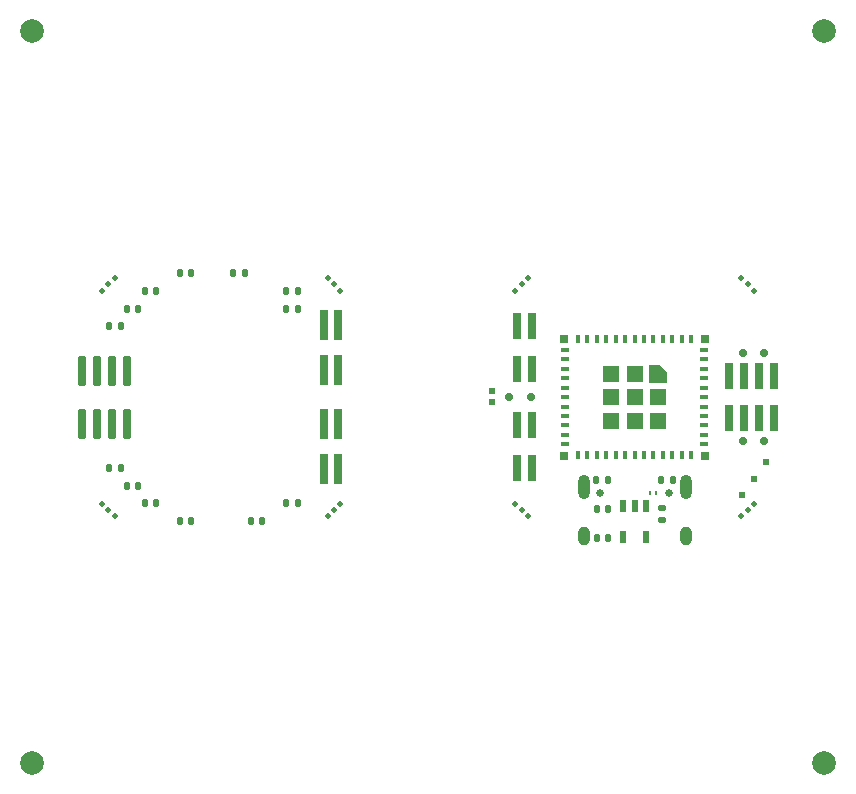
<source format=gbr>
%TF.GenerationSoftware,KiCad,Pcbnew,8.0.2-1*%
%TF.CreationDate,2025-04-12T14:57:52-07:00*%
%TF.ProjectId,Small_Pendant,536d616c-6c5f-4506-956e-64616e742e6b,rev?*%
%TF.SameCoordinates,Original*%
%TF.FileFunction,Soldermask,Bot*%
%TF.FilePolarity,Negative*%
%FSLAX46Y46*%
G04 Gerber Fmt 4.6, Leading zero omitted, Abs format (unit mm)*
G04 Created by KiCad (PCBNEW 8.0.2-1) date 2025-04-12 14:57:52*
%MOMM*%
%LPD*%
G01*
G04 APERTURE LIST*
G04 Aperture macros list*
%AMRoundRect*
0 Rectangle with rounded corners*
0 $1 Rounding radius*
0 $2 $3 $4 $5 $6 $7 $8 $9 X,Y pos of 4 corners*
0 Add a 4 corners polygon primitive as box body*
4,1,4,$2,$3,$4,$5,$6,$7,$8,$9,$2,$3,0*
0 Add four circle primitives for the rounded corners*
1,1,$1+$1,$2,$3*
1,1,$1+$1,$4,$5*
1,1,$1+$1,$6,$7*
1,1,$1+$1,$8,$9*
0 Add four rect primitives between the rounded corners*
20,1,$1+$1,$2,$3,$4,$5,0*
20,1,$1+$1,$4,$5,$6,$7,0*
20,1,$1+$1,$6,$7,$8,$9,0*
20,1,$1+$1,$8,$9,$2,$3,0*%
%AMFreePoly0*
4,1,14,0.765355,0.765355,0.780000,0.730000,0.780000,-0.720000,0.765355,-0.755355,0.730000,-0.770000,-0.120000,-0.770000,-0.155355,-0.755355,-0.755355,-0.155355,-0.770000,-0.120000,-0.770000,0.730000,-0.755355,0.765355,-0.720000,0.780000,0.730000,0.780000,0.765355,0.765355,0.765355,0.765355,$1*%
G04 Aperture macros list end*
%ADD10C,2.000000*%
%ADD11C,0.700000*%
%ADD12C,0.650000*%
%ADD13O,1.000000X2.100000*%
%ADD14O,1.000000X1.600000*%
%ADD15C,0.500000*%
%ADD16RoundRect,0.140000X-0.140000X-0.170000X0.140000X-0.170000X0.140000X0.170000X-0.140000X0.170000X0*%
%ADD17RoundRect,0.135000X0.135000X0.185000X-0.135000X0.185000X-0.135000X-0.185000X0.135000X-0.185000X0*%
%ADD18R,0.800000X0.400000*%
%ADD19R,0.400000X0.800000*%
%ADD20R,1.450000X1.450000*%
%ADD21FreePoly0,180.000000*%
%ADD22R,0.700000X0.700000*%
%ADD23RoundRect,0.140000X0.140000X0.170000X-0.140000X0.170000X-0.140000X-0.170000X0.140000X-0.170000X0*%
%ADD24R,0.620000X1.100000*%
%ADD25R,0.500000X0.500000*%
%ADD26RoundRect,0.185000X0.185000X-0.915000X0.185000X0.915000X-0.185000X0.915000X-0.185000X-0.915000X0*%
%ADD27RoundRect,0.190000X0.190000X1.060000X-0.190000X1.060000X-0.190000X-1.060000X0.190000X-1.060000X0*%
%ADD28RoundRect,0.185000X-0.185000X1.115000X-0.185000X-1.115000X0.185000X-1.115000X0.185000X1.115000X0*%
%ADD29RoundRect,0.185000X-0.185000X0.915000X-0.185000X-0.915000X0.185000X-0.915000X0.185000X0.915000X0*%
%ADD30RoundRect,0.135000X0.185000X-0.135000X0.185000X0.135000X-0.185000X0.135000X-0.185000X-0.135000X0*%
%ADD31R,0.200000X0.350000*%
G04 APERTURE END LIST*
D10*
%TO.C,REF\u002A\u002A*%
X34000000Y-34000000D03*
%TD*%
%TO.C,REF\u002A\u002A*%
X34000000Y-96000000D03*
%TD*%
%TO.C,REF\u002A\u002A*%
X101000000Y-96000000D03*
%TD*%
%TO.C,REF\u002A\u002A*%
X101000000Y-34000000D03*
%TD*%
D11*
%TO.C,SW2*%
X94200000Y-61300000D03*
X96000000Y-61300000D03*
%TD*%
D12*
%TO.C,J1*%
X82110000Y-73090000D03*
X87890000Y-73090000D03*
D13*
X80680000Y-72590000D03*
X89320000Y-72590000D03*
D14*
X89320000Y-76770000D03*
X80680000Y-76770000D03*
%TD*%
D15*
%TO.C,mouse-bite-2mm-slot*%
X39919289Y-55979949D03*
X40431942Y-55431942D03*
X40979949Y-54919289D03*
%TD*%
%TO.C,mouse-bite-2mm-slot*%
X40979949Y-75080711D03*
X40431942Y-74568058D03*
X39919289Y-74020051D03*
%TD*%
D11*
%TO.C,SW3*%
X96000000Y-68700000D03*
X94200000Y-68700000D03*
%TD*%
D15*
%TO.C,mouse-bite-2mm-slot*%
X95080711Y-74020051D03*
X94568058Y-74568058D03*
X94020051Y-75080711D03*
%TD*%
%TO.C,mouse-bite-2mm-slot*%
X60080711Y-74020051D03*
X59568058Y-74568058D03*
X59020051Y-75080711D03*
%TD*%
%TO.C,mouse-bite-2mm-slot*%
X74919289Y-55979949D03*
X75431942Y-55431942D03*
X75979949Y-54919289D03*
%TD*%
%TO.C,mouse-bite-2mm-slot*%
X75979949Y-75080711D03*
X75431942Y-74568058D03*
X74919289Y-74020051D03*
%TD*%
%TO.C,mouse-bite-2mm-slot*%
X94020051Y-54919289D03*
X94568058Y-55431942D03*
X95080711Y-55979949D03*
%TD*%
%TO.C,mouse-bite-2mm-slot*%
X59020051Y-54919289D03*
X59568058Y-55431942D03*
X60080711Y-55979949D03*
%TD*%
D11*
%TO.C,SW1*%
X76200000Y-65000000D03*
X74400000Y-65000000D03*
%TD*%
D16*
%TO.C,C20*%
X40520000Y-59000000D03*
X41480000Y-59000000D03*
%TD*%
D17*
%TO.C,R12*%
X56510000Y-57500000D03*
X55490000Y-57500000D03*
%TD*%
D18*
%TO.C,U1*%
X90900000Y-61000000D03*
X90900000Y-61800000D03*
X90900000Y-62600000D03*
X90900000Y-63400000D03*
X90900000Y-64200000D03*
X90900000Y-65000000D03*
X90900000Y-65800000D03*
X90900000Y-66600000D03*
X90900000Y-67400000D03*
X90900000Y-68200000D03*
X90900000Y-69000000D03*
D19*
X89800000Y-69900000D03*
X89000000Y-69900000D03*
X88200000Y-69900000D03*
X87400000Y-69900000D03*
X86600000Y-69900000D03*
X85800000Y-69900000D03*
X85000000Y-69900000D03*
X84200000Y-69900000D03*
X83400000Y-69900000D03*
X82600000Y-69900000D03*
X81800000Y-69900000D03*
X81000000Y-69900000D03*
X80200000Y-69900000D03*
D18*
X79100000Y-69000000D03*
X79100000Y-68200000D03*
X79100000Y-67400000D03*
X79100000Y-66600000D03*
X79100000Y-65800000D03*
X79100000Y-65000000D03*
X79100000Y-64200000D03*
X79100000Y-63400000D03*
X79100000Y-62600000D03*
X79100000Y-61800000D03*
X79100000Y-61000000D03*
D19*
X80200000Y-60100000D03*
X81000000Y-60100000D03*
X81800000Y-60100000D03*
X82600000Y-60100000D03*
X83400000Y-60100000D03*
X84200000Y-60100000D03*
X85000000Y-60100000D03*
X85800000Y-60100000D03*
X86600000Y-60100000D03*
X87400000Y-60100000D03*
X88200000Y-60100000D03*
X89000000Y-60100000D03*
X89800000Y-60100000D03*
D20*
X83030000Y-63030000D03*
X83030000Y-65000000D03*
X83030000Y-66980000D03*
X85000000Y-63030000D03*
X85000000Y-65000000D03*
X85000000Y-66980000D03*
D21*
X86980000Y-63020000D03*
D20*
X86980000Y-65000000D03*
X86980000Y-66980000D03*
D22*
X79050000Y-60050000D03*
X79050000Y-69950000D03*
X90950000Y-69950000D03*
X90950000Y-60050000D03*
%TD*%
D23*
%TO.C,C17*%
X47480000Y-54500000D03*
X46520000Y-54500000D03*
%TD*%
D16*
%TO.C,C21*%
X40520000Y-71000000D03*
X41480000Y-71000000D03*
%TD*%
D23*
%TO.C,C28*%
X51980000Y-54500000D03*
X51020000Y-54500000D03*
%TD*%
D24*
%TO.C,U2*%
X84050000Y-74200000D03*
X85000000Y-74200000D03*
X85950000Y-74200000D03*
X85950000Y-76800000D03*
X84050000Y-76800000D03*
%TD*%
D25*
%TO.C,TP3*%
X95100000Y-71900000D03*
%TD*%
D16*
%TO.C,C16*%
X87270000Y-71990000D03*
X88230000Y-71990000D03*
%TD*%
%TO.C,C27*%
X55520000Y-56000000D03*
X56480000Y-56000000D03*
%TD*%
D26*
%TO.C,J2*%
X76330000Y-59000000D03*
X76330000Y-62600000D03*
X75070000Y-59000000D03*
X75070000Y-62600000D03*
%TD*%
D23*
%TO.C,C22*%
X42980000Y-72500000D03*
X42020000Y-72500000D03*
%TD*%
%TO.C,C15*%
X82730000Y-71990000D03*
X81770000Y-71990000D03*
%TD*%
D27*
%TO.C,J7*%
X42000000Y-67250000D03*
X42000000Y-62750000D03*
X40730000Y-67250000D03*
X40730000Y-62750000D03*
X39460000Y-67250000D03*
X39460000Y-62750000D03*
X38190000Y-67250000D03*
X38190000Y-62750000D03*
%TD*%
D23*
%TO.C,C25*%
X53480000Y-75500000D03*
X52520000Y-75500000D03*
%TD*%
D25*
%TO.C,TP4*%
X96100000Y-70500000D03*
%TD*%
%TO.C,TP5*%
X94100000Y-73300000D03*
%TD*%
%TO.C,TP2*%
X72900000Y-65400000D03*
%TD*%
D28*
%TO.C,J5*%
X58670000Y-58900000D03*
X58670000Y-62700000D03*
X59930000Y-58900000D03*
X59930000Y-62700000D03*
%TD*%
D23*
%TO.C,C19*%
X42980000Y-57500000D03*
X42020000Y-57500000D03*
%TD*%
D29*
%TO.C,J4*%
X93000000Y-63200000D03*
X93000000Y-66800000D03*
X94270000Y-63200000D03*
X94270000Y-66800000D03*
X95530000Y-63200000D03*
X95530000Y-66800000D03*
X96800000Y-63200000D03*
X96800000Y-66800000D03*
%TD*%
D23*
%TO.C,C9*%
X82780000Y-76900000D03*
X81820000Y-76900000D03*
%TD*%
%TO.C,C24*%
X47480000Y-75500000D03*
X46520000Y-75500000D03*
%TD*%
D30*
%TO.C,R7*%
X87300000Y-75410000D03*
X87300000Y-74390000D03*
%TD*%
D26*
%TO.C,J3*%
X76330000Y-71000000D03*
X76330000Y-67400000D03*
X75070000Y-71000000D03*
X75070000Y-67400000D03*
%TD*%
D16*
%TO.C,C18*%
X43520000Y-56000000D03*
X44480000Y-56000000D03*
%TD*%
D31*
%TO.C,D2*%
X86800000Y-73100000D03*
X86340000Y-73100000D03*
%TD*%
D16*
%TO.C,C23*%
X43520000Y-74000000D03*
X44480000Y-74000000D03*
%TD*%
%TO.C,C26*%
X55520000Y-74000000D03*
X56480000Y-74000000D03*
%TD*%
D25*
%TO.C,TP1*%
X72900000Y-64500000D03*
%TD*%
D28*
%TO.C,J6*%
X58670000Y-67300000D03*
X58670000Y-71100000D03*
X59930000Y-67300000D03*
X59930000Y-71100000D03*
%TD*%
D23*
%TO.C,C8*%
X82780000Y-74500000D03*
X81820000Y-74500000D03*
%TD*%
M02*

</source>
